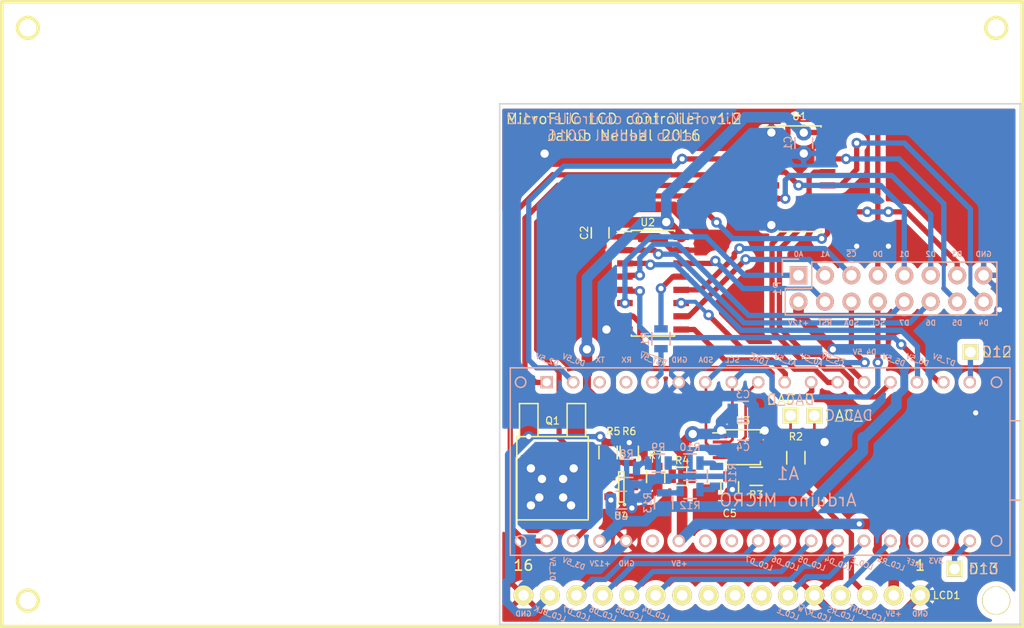
<source format=kicad_pcb>
(kicad_pcb (version 20221018) (generator pcbnew)
  (layers (0 "F.Cu" signal) (31 "B.Cu" signal) (34 "B.Paste" user) (35 "F.Paste" user) (36 "B.SilkS" user "B.Silkscreen") (37 "F.SilkS" user "F.Silkscreen") (38 "B.Mask" user) (39 "F.Mask" user) (44 "Edge.Cuts" user))
  (net 0 "")
  (net 1 "+12V")
  (net 2 "GND")
  (net 3 "+5V")
  (net 4 "/LCD_D7")
  (net 5 "/LCD_D6")
  (net 6 "/LCD_D5")
  (net 7 "/LCD_D4")
  (net 8 "/LCD_E")
  (net 9 "/LCD_RS")
  (net 10 "Net-(Q1-Pad1)")
  (net 11 "Net-(R1-Pad2)")
  (net 12 "Net-(R2-Pad2)")
  (net 13 "/D13")
  (net 14 "/D12")
  (net 15 "/3V3to5V/~{RST_5V}")
  (net 16 "/3V3to5V/~{RST}")
  (net 17 "/3V3to5V/D1_5V")
  (net 18 "/3V3to5V/D3_5V")
  (net 19 "/3V3to5V/D2_5V")
  (net 20 "/3V3to5V/D0_5V")
  (net 21 "/3V3to5V/A1_5V")
  (net 22 "/3V3to5V/A0_5V")
  (net 23 "/3V3to5V/~{CS_5V}")
  (net 24 "/3V3to5V/D4_5V")
  (net 25 "/3V3to5V/D5_5V")
  (net 26 "/3V3to5V/D6_5V")
  (net 27 "/3V3to5V/D7_5V")
  (net 28 "/3V3to5V/A0")
  (net 29 "/3V3to5V/A1")
  (net 30 "/3V3to5V/~{CS}")
  (net 31 "/3V3to5V/D0")
  (net 32 "/3V3to5V/D1")
  (net 33 "/3V3to5V/D7")
  (net 34 "/3V3to5V/D2")
  (net 35 "/3V3to5V/D6")
  (net 36 "/3V3to5V/D3")
  (net 37 "/3V3to5V/D5")
  (net 38 "/3V3to5V/D4")
  (net 39 "/DAC/SDA")
  (net 40 "/DAC/SCL")
  (net 41 "/DAC/~{LDAC}")
  (net 42 "Net-(C5-Pad1)")
  (net 43 "/DAC/LCD_BKL")
  (net 44 "/DAC/LCD_CONT")
  (net 45 "/DAC/DAC_C")
  (net 46 "/DAC/DAC_D")
  (net 47 "/DAC/LCD_BKL_CTRL")
  (net 48 "Net-(R4-Pad1)")
  (net 49 "Net-(R5-Pad1)")
  (net 50 "Net-(R7-Pad2)")
  (net 51 "Net-(Q1-Pad2)")
  (net 52 "Net-(R8-Pad1)")
  (net 53 "Net-(R10-Pad2)")
  (net 54 "Net-(R10-Pad1)")
  (net 55 "Net-(R11-Pad1)")
  (net 56 "Net-(R12-Pad1)")
  (footprint "jakub:PIN_ARRAY_1" (layer "F.Cu") (at 127.508 134.112)
    (fp_text reference "PP1" hide)
    (fp_text value "CONN_01X01" hide)
  )
  (footprint "jakub:PIN_ARRAY_1" (layer "F.Cu") (at 125.984 154.94)
    (fp_text reference "PP2" hide)
    (fp_text value "CONN_01X01" hide)
  )
  (footprint "jakub:PIN_ARRAY_1" (layer "F.Cu") (at 112.522 140.208)
    (fp_text reference "PP3" hide)
    (fp_text value "CONN_01X01" hide)
  )
  (footprint "jakub:PIN_ARRAY_1" (layer "F.Cu") (at 110.236 140.208)
    (fp_text reference "PP4" hide)
    (fp_text value "CONN_01X01" hide)
  )
  (footprint "Resistors_SMD:R_0805" (layer "F.Cu") (at 110.744 144.272 90)
    (fp_text reference "R2")
    (fp_text value "47R" hide)
  )
  (footprint "Housings_SSOP:MSOP-10_3x3mm_Pitch0.5mm" (layer "F.Cu") (at 105.664 143.256)
    (fp_text reference "U3")
    (fp_text value "MCP4728" hide)
  )
  (footprint "TO_SOT_Packages_SMD:SOT-23-5" (layer "F.Cu") (at 93.98 147.066 180)
    (fp_text reference "U4")
    (fp_text value "TLV2371" hide)
  )
  (footprint "jakub:LCD2004" (layer "F.Cu") (at 83.482 130.48)
    (fp_text reference "LCD1")
    (fp_text value "LCD2004" hide)
  )
  (footprint "Capacitors_SMD:C_0805" (layer "F.Cu") (at 91.948 122.666 -90)
    (fp_text reference "C2")
    (fp_text value "100n" hide)
  )
  (footprint "Housings_SOIC:SOIC-16_3.9x9.9mm_Pitch1.27mm" (layer "F.Cu") (at 111.092 117.475)
    (fp_text reference "U1")
    (fp_text value "74AHCT367" hide)
  )
  (footprint "Housings_SOIC:SOIC-16_3.9x9.9mm_Pitch1.27mm" (layer "F.Cu") (at 97.028 127.508)
    (fp_text reference "U2")
    (fp_text value "74AHCT367" hide)
  )
  (footprint "Capacitors_SMD:C_0805" (layer "F.Cu") (at 104.394 147.066 -90)
    (fp_text reference "C5")
    (fp_text value "4u7/25V")
  )
  (footprint "TO_SOT_Packages_SMD:TO-252-2Lead" (layer "F.Cu") (at 87.376 140.716 180)
    (fp_text reference "Q1")
    (fp_text value "MJD31CT4G")
  )
  (footprint "Resistors_SMD:R_0805" (layer "F.Cu") (at 106.934 146.05)
    (fp_text reference "R3")
    (fp_text value "100k")
  )
  (footprint "Resistors_SMD:R_0805" (layer "F.Cu") (at 99.822 146.05)
    (fp_text reference "R4")
    (fp_text value "10k")
  )
  (footprint "Resistors_SMD:R_0805" (layer "F.Cu") (at 94.742 143.764 90)
    (fp_text reference "R5")
    (fp_text value "10k")
  )
  (footprint "Resistors_SMD:R_0805" (layer "F.Cu") (at 92.71 143.764 -90)
    (fp_text reference "R6")
    (fp_text value "10k")
  )
  (footprint "Resistors_SMD:R_0805" (layer "F.Cu") (at 97.282 146.05 -90)
    (fp_text reference "R7")
    (fp_text value "47R")
  )
  (footprint "Capacitors_SMD:C_0805" (layer "B.Cu") (at 105.68 139.7)
    (fp_text reference "C3")
    (fp_text value "4u7/25V" hide)
  )
  (footprint "Capacitors_SMD:C_0805" (layer "B.Cu") (at 105.68 141.732)
    (fp_text reference "C4")
    (fp_text value "100n" hide)
  )
  (footprint "Capacitors_SMD:C_0805" (layer "B.Cu") (at 93.98 148.336)
    (fp_text reference "C6")
    (fp_text value "100n" hide)
  )
  (footprint "Pin_Headers:Pin_Header_Straight_2x08" (layer "B.Cu") (at 110.998 126.746 -90)
    (fp_text reference "P1")
    (fp_text value "2x8 header strip")
  )
  (footprint "Capacitors_SMD:C_0805" (layer "B.Cu") (at 111.506 114.046 -90)
    (fp_text reference "C1")
    (fp_text value "100n")
  )
  (footprint "Resistors_SMD:R_0805" (layer "B.Cu") (at 97.79 132.842 90)
    (fp_text reference "R1")
    (fp_text value "1k5")
  )
  (footprint "jakub:ArduinoMicro" (layer "B.Cu") (at 83.312 135.636)
    (fp_text reference "A1")
    (fp_text value "Arduino MICRO")
  )
  (footprint "Resistors_SMD:R_0805" (layer "B.Cu") (at 94.488 145.288 180)
    (fp_text reference "R8")
    (fp_text value "6R8")
  )
  (footprint "Resistors_SMD:R_0805" (layer "B.Cu") (at 97.536 144.78 180)
    (fp_text reference "R9")
    (fp_text value "6R8")
  )
  (footprint "Resistors_SMD:R_0805" (layer "B.Cu") (at 100.584 144.78 180)
    (fp_text reference "R10")
    (fp_text value "6R8")
  )
  (footprint "Resistors_SMD:R_0805" (layer "B.Cu") (at 103.124 146.05 90)
    (fp_text reference "R11")
    (fp_text value "6R8")
  )
  (footprint "Resistors_SMD:R_0805" (layer "B.Cu") (at 100.584 147.32)
    (fp_text reference "R12")
    (fp_text value "6R8")
  )
  (footprint "Resistors_SMD:R_0805" (layer "B.Cu") (at 98.044 148.59 90)
    (fp_text reference "R13")
    (fp_text value "6R8")
  )
  (gr_line (start 82.296 110.274) (end 132.296 110.274) (stroke (width 0.15)) (layer "Edge.Cuts"))
  (gr_line (start 82.296 160.274) (end 132.296 160.274) (stroke (width 0.15)) (layer "Edge.Cuts"))
  (gr_line (start 132.296 110.274) (end 132.296 160.274) (stroke (width 0.15)) (layer "Edge.Cuts"))
  (gr_line (start 82.296 110.274) (end 82.296 160.274) (stroke (width 0.15)) (layer "Edge.Cuts"))
  (gr_text "D13" (at 128.778 154.94) (layer "B.SilkS") (effects (font (size 1 1) (thickness 0.12)) (justify mirror)))
  (gr_text "LCD_D7" (at 89.662 159.258 340) (layer "B.SilkS") (effects (font (size 0.5 0.5) (thickness 0.1)) (justify mirror)))
  (gr_text "LCD_D6" (at 92.202 159.258 340) (layer "B.SilkS") (effects (font (size 0.5 0.5) (thickness 0.1)) (justify mirror)))
  (gr_text "LCD_D5" (at 94.742 159.258 340) (layer "B.SilkS") (effects (font (size 0.5 0.5) (thickness 0.1)) (justify mirror)))
  (gr_text "LCD_D4" (at 97.282 159.258 340) (layer "B.SilkS") (effects (font (size 0.5 0.5) (thickness 0.1)) (justify mirror)))
  (gr_text "LCD_E" (at 109.982 159.258 340) (layer "B.SilkS") (effects (font (size 0.5 0.5) (thickness 0.1)) (justify mirror)))
  (gr_text "LCD_R/~{W}" (at 112.522 159.258 340) (layer "B.SilkS") (effects (font (size 0.5 0.5) (thickness 0.1)) (justify mirror)))
  (gr_text "LCD_RS" (at 115.062 159.258 340) (layer "B.SilkS") (effects (font (size 0.5 0.5) (thickness 0.1)) (justify mirror)))
  (gr_text "LCD_CONT" (at 117.602 159.258 340) (layer "B.SilkS") (effects (font (size 0.5 0.5) (thickness 0.1)) (justify mirror)))
  (gr_text "+5V" (at 120.142 159.258) (layer "B.SilkS") (effects (font (size 0.5 0.5) (thickness 0.1)) (justify mirror)))
  (gr_text "GND" (at 122.682 159.258) (layer "B.SilkS") (effects (font (size 0.5 0.5) (thickness 0.1)) (justify mirror)))
  (gr_text "A0" (at 110.998 124.714) (layer "B.SilkS") (effects (font (size 0.5 0.5) (thickness 0.1)) (justify mirror)))
  (gr_text "A1" (at 113.538 124.714) (layer "B.SilkS") (effects (font (size 0.5 0.5) (thickness 0.1)) (justify mirror)))
  (gr_text "~{CS}" (at 116.078 124.714) (layer "B.SilkS") (effects (font (size 0.5 0.5) (thickness 0.1)) (justify mirror)))
  (gr_text "D0" (at 118.618 124.714) (layer "B.SilkS") (effects (font (size 0.5 0.5) (thickness 0.1)) (justify mirror)))
  (gr_text "D1" (at 121.158 124.714) (layer "B.SilkS") (effects (font (size 0.5 0.5) (thickness 0.1)) (justify mirror)))
  (gr_text "D2" (at 123.698 124.714) (layer "B.SilkS") (effects (font (size 0.5 0.5) (thickness 0.1)) (justify mirror)))
  (gr_text "D3" (at 126.238 124.714) (layer "B.SilkS") (effects (font (size 0.5 0.5) (thickness 0.1)) (justify mirror)))
  (gr_text "GND" (at 128.778 124.714) (layer "B.SilkS") (effects (font (size 0.5 0.5) (thickness 0.1)) (justify mirror)))
  (gr_text "D4" (at 128.778 131.318) (layer "B.SilkS") (effects (font (size 0.5 0.5) (thickness 0.1)) (justify mirror)))
  (gr_text "D5" (at 126.238 131.318) (layer "B.SilkS") (effects (font (size 0.5 0.5) (thickness 0.1)) (justify mirror)))
  (gr_text "D6" (at 123.698 131.318) (layer "B.SilkS") (effects (font (size 0.5 0.5) (thickness 0.1)) (justify mirror)))
  (gr_text "D7" (at 121.158 131.318) (layer "B.SilkS") (effects (font (size 0.5 0.5) (thickness 0.1)) (justify mirror)))
  (gr_text "SCL" (at 118.618 131.318) (layer "B.SilkS") (effects (font (size 0.5 0.5) (thickness 0.1)) (justify mirror)))
  (gr_text "SDA" (at 116.078 131.318) (layer "B.SilkS") (effects (font (size 0.5 0.5) (thickness 0.1)) (justify mirror)))
  (gr_text "~{RST}" (at 113.538 131.318) (layer "B.SilkS") (effects (font (size 0.5 0.5) (thickness 0.1)) (justify mirror)))
  (gr_text "+12V" (at 110.998 131.318) (layer "B.SilkS") (effects (font (size 0.5 0.5) (thickness 0.1)) (justify mirror)))
  (gr_text "D1_5V" (at 87.376 154.94 270) (layer "B.SilkS") (effects (font (size 0.5 0.5) (thickness 0.1)) (justify mirror)))
  (gr_text "D3_5V" (at 89.408 154.432 340) (layer "B.SilkS") (effects (font (size 0.5 0.5) (thickness 0.1)) (justify mirror)))
  (gr_text "+12V" (at 91.948 154.432) (layer "B.SilkS") (effects (font (size 0.5 0.5) (thickness 0.1)) (justify mirror)))
  (gr_text "GND" (at 94.488 154.432) (layer "B.SilkS") (effects (font (size 0.5 0.5) (thickness 0.1)) (justify mirror)))
  (gr_text "+5V" (at 99.568 154.432) (layer "B.SilkS") (effects (font (size 0.5 0.5) (thickness 0.1)) (justify mirror)))
  (gr_text "LCD_D7" (at 107.188 154.432 340) (layer "B.SilkS") (effects (font (size 0.5 0.5) (thickness 0.1)) (justify mirror)))
  (gr_text "LCD_D6" (at 109.728 154.432 340) (layer "B.SilkS") (effects (font (size 0.5 0.5) (thickness 0.1)) (justify mirror)))
  (gr_text "LCD_D5" (at 112.268 154.432 340) (layer "B.SilkS") (effects (font (size 0.5 0.5) (thickness 0.1)) (justify mirror)))
  (gr_text "LCD_D4" (at 114.808 154.432 340) (layer "B.SilkS") (effects (font (size 0.5 0.5) (thickness 0.1)) (justify mirror)))
  (gr_text "LCD_RS" (at 119.888 154.432 340) (layer "B.SilkS") (effects (font (size 0.5 0.5) (thickness 0.1)) (justify mirror)))
  (gr_text "LCD_E" (at 117.094 154.432 340) (layer "B.SilkS") (effects (font (size 0.5 0.5) (thickness 0.1)) (justify mirror)))
  (gr_text "AREF" (at 122.174 154.432 340) (layer "B.SilkS") (effects (font (size 0.5 0.5) (thickness 0.1)) (justify mirror)))
  (gr_text "SCL" (at 104.648 134.874) (layer "B.SilkS") (effects (font (size 0.5 0.5) (thickness 0.1)) (justify mirror)))
  (gr_text "D7_5V" (at 124.968 134.874 340) (layer "B.SilkS") (effects (font (size 0.5 0.5) (thickness 0.1)) (justify mirror)))
  (gr_text "D6_5V" (at 122.428 134.874 340) (layer "B.SilkS") (effects (font (size 0.5 0.5) (thickness 0.1)) (justify mirror)))
  (gr_text "D5_5V" (at 120.142 134.874 340) (layer "B.SilkS") (effects (font (size 0.5 0.5) (thickness 0.1)) (justify mirror)))
  (gr_text "D4_5V" (at 117.348 134.112) (layer "B.SilkS") (effects (font (size 0.5 0.5) (thickness 0.1)) (justify mirror)))
  (gr_text "~{CS_5V}" (at 114.3 134.874 340) (layer "B.SilkS") (effects (font (size 0.5 0.5) (thickness 0.1)) (justify mirror)))
  (gr_text "A0_5V" (at 112.268 134.874 340) (layer "B.SilkS") (effects (font (size 0.5 0.5) (thickness 0.1)) (justify mirror)))
  (gr_text "A1_5V" (at 109.728 134.874 340) (layer "B.SilkS") (effects (font (size 0.5 0.5) (thickness 0.1)) (justify mirror)))
  (gr_text "~{LDAC}" (at 107.188 134.874 340) (layer "B.SilkS") (effects (font (size 0.5 0.5) (thickness 0.1)) (justify mirror)))
  (gr_text "SDA" (at 102.108 134.874) (layer "B.SilkS") (effects (font (size 0.5 0.5) (thickness 0.1)) (justify mirror)))
  (gr_text "GND" (at 99.568 134.874) (layer "B.SilkS") (effects (font (size 0.5 0.5) (thickness 0.1)) (justify mirror)))
  (gr_text "~{RST_5V}" (at 97.028 134.874 340) (layer "B.SilkS") (effects (font (size 0.5 0.5) (thickness 0.1)) (justify mirror)))
  (gr_text "RX" (at 94.488 134.874) (layer "B.SilkS") (effects (font (size 0.5 0.5) (thickness 0.1)) (justify mirror)))
  (gr_text "TX" (at 91.948 134.874) (layer "B.SilkS") (effects (font (size 0.5 0.5) (thickness 0.1)) (justify mirror)))
  (gr_text "D0_5V" (at 89.408 134.874 340) (layer "B.SilkS") (effects (font (size 0.5 0.5) (thickness 0.1)) (justify mirror)))
  (gr_text "D2_5V" (at 86.868 134.874 340) (layer "B.SilkS") (effects (font (size 0.5 0.5) (thickness 0.1)) (justify mirror)))
  (gr_text "3V3" (at 124.206 154.178) (layer "B.SilkS") (effects (font (size 0.5 0.5) (thickness 0.1)) (justify mirror)))
  (gr_text "DAC_D" (at 110.236 138.684) (layer "B.SilkS") (effects (font (size 1 1) (thickness 0.12)) (justify mirror)))
  (gr_text "DAC_C" (at 115.824 140.208) (layer "B.SilkS") (effects (font (size 1 1) (thickness 0.12)) (justify mirror)))
  (gr_text "GND" (at 84.582 159.258) (layer "B.SilkS") (effects (font (size 0.5 0.5) (thickness 0.1)) (justify mirror)))
  (gr_text "MicroFLiC LCD controller v1.2\nJakub Nedbal 2016" (at 94.234 112.522) (layer "B.SilkS") (effects (font (size 1 1) (thickness 0.12)) (justify mirror)))
  (gr_text "D12" (at 130.048 134.112) (layer "B.SilkS") (effects (font (size 1 1) (thickness 0.12)) (justify mirror)))
  (gr_text "LCD_BLK" (at 87.122 159.258 340) (layer "B.SilkS") (effects (font (size 0.5 0.5) (thickness 0.1)) (justify mirror)))
  (gr_text "D13" (at 128.778 154.94) (layer "F.SilkS") (effects (font (size 1 1) (thickness 0.12))))
  (gr_text "D12" (at 130.048 134.112) (layer "F.SilkS") (effects (font (size 1 1) (thickness 0.12))))
  (gr_text "DAC_D" (at 110.236 138.684) (layer "F.SilkS") (effects (font (size 1 1) (thickness 0.12))))
  (gr_text "MicroFLiC LCD controller v1.2\nJakub Nedbal 2016" (at 94.234 112.522) (layer "F.SilkS") (effects (font (size 1 1) (thickness 0.12))))
  (gr_text "DAC_C" (at 115.824 140.208) (layer "F.SilkS") (effects (font (size 1 1) (thickness 0.12))))
  (segment (start 92.98 148.336) (end 92.98 148.116) (width 1.024) (layer "F.Cu") (net 1))
  (segment (start 92.98 148.116) (end 92.88 148.016) (width 1.024) (layer "F.Cu") (net 1))
  (segment (start 110.998 130.556) (end 114.3 133.858) (width 1.024) (layer "F.Cu") (net 1))
  (segment (start 110.998 129.286) (end 110.998 130.556) (width 1.024) (layer "F.Cu") (net 1))
  (via (at 92.98 148.336) (size 1) (drill 0.5) (layers "F.Cu" "B.Cu") (net 1))
  (via (at 114.3 133.858) (size 1.024) (drill 0.6) (layers "F.Cu" "B.Cu") (net 1))
  (segment (start 111.8745 148.9585) (end 117.178 143.655) (width 1.024) (layer "B.Cu") (net 1))
  (segment (start 97.6755 148.9585) (end 96.266 150.368) (width 1.024) (layer "B.Cu") (net 1))
  (segment (start 98.044 149.352) (end 98.4375 148.9585) (width 0.508) (layer "B.Cu") (net 1))
  (segment (start 98.4375 148.9585) (end 97.6755 148.9585) (width 1.024) (layer "B.Cu") (net 1))
  (segment (start 92.98 149.368) (end 93.98 150.368) (width 1.024) (layer "B.Cu") (net 1))
  (segment (start 117.178 143.655) (end 117.178 142.306) (width 1.024) (layer "B.Cu") (net 1))
  (segment (start 120.396 138.43) (end 121.158 137.668) (width 0.762) (layer "B.Cu") (net 1))
  (segment (start 120.396 138.43) (end 120.396 139.293) (width 1.024) (layer "B.Cu") (net 1))
  (segment (start 117.383 142.306) (end 117.178 142.306) (width 1.024) (layer "B.Cu") (net 1))
  (segment (start 121.158 137.668) (end 121.158 135.636) (width 0.762) (layer "B.Cu") (net 1))
  (segment (start 92.98 148.336) (end 92.98 149.368) (width 1.024) (layer "B.Cu") (net 1))
  (segment (start 111.8745 148.9585) (end 98.4375 148.9585) (width 1.024) (layer "B.Cu") (net 1))
  (segment (start 114.3 133.858) (end 119.539064 133.858) (width 1.024) (layer "B.Cu") (net 1))
  (segment (start 98.044 149.54) (end 98.044 149.352) (width 0.508) (layer "B.Cu") (net 1))
  (segment (start 91.948 152.4) (end 93.98 150.368) (width 1.024) (layer "B.Cu") (net 1))
  (segment (start 92.98 148.336) (end 92.964 148.352) (width 1.024) (layer "B.Cu") (net 1))
  (segment (start 93.98 150.368) (end 96.266 150.368) (width 1.024) (layer "B.Cu") (net 1))
  (segment (start 121.158 135.476936) (end 121.158 135.636) (width 1.024) (layer "B.Cu") (net 1))
  (segment (start 120.396 139.293) (end 117.383 142.306) (width 1.024) (layer "B.Cu") (net 1))
  (segment (start 119.539064 133.858) (end 121.158 135.476936) (width 1.024) (layer "B.Cu") (net 1))
  (segment (start 94.488 147.066) (end 93.98 147.574) (width 0.508) (layer "F.Cu") (net 2))
  (segment (start 93.98 147.574) (end 93.98 148.59) (width 0.508) (layer "F.Cu") (net 2))
  (segment (start 93.98 148.59) (end 94.488 149.098) (width 0.508) (layer "F.Cu") (net 2))
  (segment (start 94.488 149.098) (end 94.996 149.098) (width 0.508) (layer "F.Cu") (net 2))
  (segment (start 120.904 159.258) (end 114.3 159.258) (width 0.762) (layer "F.Cu") (net 2))
  (segment (start 114.3 159.258) (end 112.522 157.48) (width 0.762) (layer "F.Cu") (net 2))
  (segment (start 104.394 147.574) (end 104.648 147.32) (width 1.024) (layer "F.Cu") (net 2))
  (segment (start 94.996 151.766) (end 94.996 149.098) (width 1.024) (layer "F.Cu") (net 2))
  (segment (start 116.307546 139.954) (end 128.016 139.954) (width 1.024) (layer "F.Cu") (net 2))
  (segment (start 130.302 130.048) (end 130.302 137.668) (width 0.508) (layer "F.Cu") (net 2))
  (segment (start 92.551 123.063) (end 91.948 123.666) (width 0.508) (layer "F.Cu") (net 2))
  (segment (start 112.534 114.3) (end 111.772 115.062) (width 0.508) (layer "F.Cu") (net 2))
  (segment (start 105.659999 122.878001) (end 101.706763 122.878001) (width 1.024) (layer "F.Cu") (net 2))
  (segment (start 113.792 114.3) (end 112.534 114.3) (width 0.508) (layer "F.Cu") (net 2))
  (segment (start 89.916 123.283) (end 90.299 123.666) (width 1.024) (layer "F.Cu") (net 2))
  (segment (start 92.554 131.953) (end 91.948 131.347) (width 1.024) (layer "F.Cu") (net 2))
  (segment (start 130.302 137.668) (end 128.016 139.954) (width 0.508) (layer "F.Cu") (net 2))
  (segment (start 107.744 141.732) (end 107.744 141.655998) (width 0.254) (layer "F.Cu") (net 2))
  (segment (start 122.682 157.48) (end 120.904 159.258) (width 0.762) (layer "F.Cu") (net 2))
  (segment (start 94.328 123.063) (end 92.551 123.063) (width 0.508) (layer "F.Cu") (net 2))
  (segment (start 111.522 115.062) (end 111.506 115.046) (width 0.508) (layer "F.Cu") (net 2))
  (segment (start 91.948 125.19) (end 91.948 123.666) (width 1.024) (layer "F.Cu") (net 2))
  (segment (start 98.999761 120.170999) (end 91.036399 120.170999) (width 1.024) (layer "F.Cu") (net 2))
  (segment (start 90.299 123.666) (end 91.948 123.666) (width 1.024) (layer "F.Cu") (net 2))
  (segment (start 106.618 121.92) (end 105.659999 122.878001) (width 1.024) (layer "F.Cu") (net 2))
  (segment (start 95.586 123.063) (end 94.328 123.063) (width 0.508) (layer "F.Cu") (net 2))
  (segment (start 107.864 141.852) (end 107.744 141.655998) (width 0.254) (layer "F.Cu") (net 2))
  (segment (start 95.08 147.066) (end 94.488 147.066) (width 0.508) (layer "F.Cu") (net 2))
  (segment (start 98.820922 124.333) (end 97.550922 123.063) (width 0.508) (layer "F.Cu") (net 2))
  (segment (start 111.772 115.062) (end 111.522 115.062) (width 0.508) (layer "F.Cu") (net 2))
  (segment (start 91.036399 120.170999) (end 89.916 121.291398) (width 1.024) (layer "F.Cu") (net 2))
  (segment (start 113.506174 142.755372) (end 116.307546 139.954) (width 1.024) (layer "F.Cu") (net 2))
  (segment (start 94.328 131.953) (end 92.554 131.953) (width 1.024) (layer "F.Cu") (net 2))
  (segment (start 94.488 152.274) (end 94.996 151.766) (width 1.024) (layer "F.Cu") (net 2))
  (segment (start 107.864 142.256) (end 107.864 141.852) (width 0.254) (layer "F.Cu") (net 2))
  (segment (start 101.706763 122.878001) (end 98.999761 120.170999) (width 1.024) (layer "F.Cu") (net 2))
  (segment (start 104.394 148.066) (end 104.394 147.574) (width 1.024) (layer "F.Cu") (net 2))
  (segment (start 97.550922 123.063) (end 95.586 123.063) (width 0.508) (layer "F.Cu") (net 2))
  (segment (start 108.392 121.92) (end 106.618 121.92) (width 1.024) (layer "F.Cu") (net 2))
  (segment (start 89.916 121.291398) (end 89.916 123.283) (width 1.024) (layer "F.Cu") (net 2))
  (segment (start 91.948 131.347) (end 91.948 125.19) (width 1.024) (layer "F.Cu") (net 2))
  (segment (start 99.728 124.333) (end 98.820922 124.333) (width 0.508) (layer "F.Cu") (net 2))
  (via (at 86.614 115.062) (size 1.5) (drill 0.8) (layers "F.Cu" "B.Cu") (net 2))
  (via (at 130.302 130.048) (size 1) (drill 0.5) (layers "F.Cu" "B.Cu") (net 2))
  (via (at 107.744 141.655998) (size 1.5) (drill 0.8) (layers "F.Cu" "B.Cu") (net 2))
  (via (at 119.634 123.952) (size 1) (drill 0.5) (layers "F.Cu" "B.Cu") (net 2))
  (via (at 128.016 139.954) (size 1) (drill 0.5) (layers "F.Cu" "B.Cu") (net 2))
  (via (at 108.392 121.92) (size 1.5) (drill 0.8) (layers "F.Cu" "B.Cu") (net 2))
  (via (at 104.648 147.32) (size 1) (drill 0.5) (layers "F.Cu" "B.Cu") (net 2))
  (via (at 113.506174 142.755372) (size 1.5) (drill 0.8) (layers "F.Cu" "B.Cu") (net 2))
  (via (at 94.742 142.814) (size 1) (drill 0.5) (layers "F.Cu" "B.Cu") (net 2))
  (via (at 111.506 115.046) (size 1.5) (drill 0.8) (layers "F.Cu" "B.Cu") (net 2))
  (via (at 108.392 113.03) (size 1.5) (drill 0.8) (layers "F.Cu" "B.Cu") (net 2))
  (via (at 94.996 149.098) (size 1) (drill 0.5) (layers "F.Cu" "B.Cu") (net 2))
  (via (at 116.586 123.952) (size 1) (drill 0.5) (layers "F.Cu" "B.Cu") (net 2))
  (via (at 92.554 131.953) (size 1.5) (drill 0.8) (layers "F.Cu" "B.Cu") (net 2))
  (segment (start 86.09 155.21) (end 84.582 156.718) (width 1.024) (layer "B.Cu") (net 2))
  (segment (start 84.582 156.718) (end 84.582 157.48) (width 1.024) (layer "B.Cu") (net 2))
  (segment (start 94.676 142.748) (end 94.742 142.814) (width 0.508) (layer "B.Cu") (net 2))
  (segment (start 94.676 142.748) (end 93.218 142.748) (width 0.508) (layer "B.Cu") (net 2))
  (segment (start 94.996 149.098) (end 94.98 149.082) (width 0.508) (layer "B.Cu") (net 2))
  (segment (start 94.98 149.082) (end 94.98 148.336) (width 0.508) (layer "B.Cu") (net 2))
  (segment (start 128.016 148.59) (end 129.286 149.86) (width 1.024) (layer "B.Cu") (net 2))
  (segment (start 129.286 149.86) (end 129.286 155.194) (width 1.024) (layer "B.Cu") (net 2))
  (segment (start 129.286 155.194) (end 127 157.48) (width 1.024) (layer "B.Cu") (net 2))
  (segment (start 127 157.48) (end 122.682 157.48) (width 1.024) (layer "B.Cu") (net 2))
  (segment (start 104.648 144.751998) (end 107.744 141.655998) (width 1.024) (layer "B.Cu") (net 2))
  (segment (start 91.822 154.94) (end 88.138 154.94) (width 1.024) (layer "B.Cu") (net 2))
  (segment (start 88.138 154.94) (end 86.09 154.94) (width 1.024) (layer "B.Cu") (net 2))
  (segment (start 94.488 148.59) (end 94.488 144.018) (width 0.508) (layer "B.Cu") (net 2))
  (segment (start 94.488 144.018) (end 93.218 142.748) (width 0.508) (layer "B.Cu") (net 2))
  (segment (start 100.584 143.764) (end 98.298 141.478) (width 0.508) (layer "B.Cu") (net 2))
  (segment (start 100.33 146.05) (end 100.584 145.796) (width 0.508) (layer "B.Cu") (net 2))
  (segment (start 100.584 145.796) (end 100.584 143.764) (width 0.508) (layer "B.Cu") (net 2))
  (segment (start 100.838 146.05) (end 104.648 146.05) (width 0.508) (layer "B.Cu") (net 2))
  (segment (start 104.648 146.05) (end 104.648 144.751998) (width 1.024) (layer "B.Cu") (net 2))
  (segment (start 97.536 142.24) (end 98.298 141.478) (width 0.508) (layer "B.Cu") (net 2))
  (segment (start 97.536 146.05) (end 97.536 142.24) (width 0.508) (layer "B.Cu") (net 2))
  (segment (start 94.996 148.59) (end 97.536 146.05) (width 0.508) (layer "B.Cu") (net 2))
  (segment (start 113.562 142.748) (end 113.513546 142.748) (width 0.508) (layer "B.Cu") (net 2))
  (segment (start 94.996 149.098) (end 94.488 148.59) (width 0.508) (layer "B.Cu") (net 2))
  (segment (start 107.744 141.655998) (end 106.756002 141.655998) (width 1.024) (layer "B.Cu") (net 2))
  (segment (start 107.744 140.764) (end 106.68 139.7) (width 1.024) (layer "B.Cu") (net 2))
  (segment (start 106.756002 141.655998) (end 106.68 141.732) (width 1.024) (layer "B.Cu") (net 2))
  (segment (start 100.584 145.796) (end 100.838 146.05) (width 0.508) (layer "B.Cu") (net 2))
  (segment (start 100.880001 138.346001) (end 105.732603 138.346001) (width 1.024) (layer "B.Cu") (net 2))
  (segment (start 93.218 140.716) (end 93.218 142.748) (width 0.508) (layer "B.Cu") (net 2))
  (segment (start 92.554 133.01366) (end 93.218 133.67766) (width 0.508) (layer "B.Cu") (net 2))
  (segment (start 116.586 123.952) (end 119.634 123.952) (width 0.508) (layer "B.Cu") (net 2))
  (segment (start 94.996 149.098) (end 94.996 148.59) (width 0.508) (layer "B.Cu") (net 2))
  (segment (start 86.614 115.062) (end 89.916 111.76) (width 0.508) (layer "B.Cu") (net 2))
  (segment (start 130.302 128.27) (end 130.302 130.048) (width 0.508) (layer "B.Cu") (net 2))
  (segment (start 84.836 140.716) (end 83.566 139.446) (width 0.508) (layer "B.Cu") (net 2))
  (segment (start 94.488 152.274) (end 91.822 154.94) (width 1.024) (layer "B.Cu") (net 2))
  (segment (start 104.648 147.32) (end 104.648 146.05) (width 1.024) (layer "B.Cu") (net 2))
  (segment (start 108.458 116.445) (end 108.458 121.854) (width 1.024) (layer "B.Cu") (net 2))
  (segment (start 104.648 147.32) (end 105.918 146.05) (width 0.508) (layer "B.Cu") (net 2))
  (segment (start 98.298 138.178) (end 95.76 140.716) (width 0.508) (layer "B.Cu") (net 2))
  (segment (start 93.218 140.716) (end 84.836 140.716) (width 0.508) (layer "B.Cu") (net 2))
  (segment (start 98.298 138.178) (end 98.298 141.478) (width 0.508) (layer "B.Cu") (net 2))
  (segment (start 95.76 140.716) (end 93.218 140.716) (width 0.508) (layer "B.Cu") (net 2))
  (segment (start 83.566 139.446) (end 83.566 118.11) (width 0.508) (layer "B.Cu") (net 2))
  (segment (start 106.68 141.732) (end 106.68 139.7) (width 1.024) (layer "B.Cu") (net 2))
  (segment (start 108.458 121.854) (end 108.392 121.92) (width 1.024) (layer "B.Cu") (net 2))
  (segment (start 111.506 115.046) (end 109.857 115.046) (width 1.024) (layer "B.Cu") (net 2))
  (segment (start 114.808 121.92) (end 116.586 123.698) (width 0.508) (layer "B.Cu") (net 2))
  (segment (start 109.857 115.046) (end 108.458 113.647) (width 1.024) (layer "B.Cu") (net 2))
  (segment (start 105.732603 138.346001) (end 106.68 139.293398) (width 1.024) (layer "B.Cu") (net 2))
  (segment (start 99.568 136.908) (end 98.298 138.178) (width 0.508) (layer "B.Cu") (net 2))
  (segment (start 108.843374 142.755372) (end 107.744 141.655998) (width 1.024) (layer "B.Cu") (net 2))
  (segment (start 83.566 118.11) (end 86.614 115.062) (width 0.508) (layer "B.Cu") (net 2))
  (segment (start 106.68 139.293398) (end 106.68 139.7) (width 1.024) (layer "B.Cu") (net 2))
  (segment (start 113.513546 142.748) (end 113.506174 142.755372) (width 0.508) (layer "B.Cu") (net 2))
  (segment (start 109.857 115.046) (end 108.458 116.445) (width 1.024) (layer "B.Cu") (net 2))
  (segment (start 108.392 121.92) (end 114.808 121.92) (width 0.508) (layer "B.Cu") (net 2))
  (segment (start 108.458 113.096) (end 108.392 113.03) (width 1.024) (layer "B.Cu") (net 2))
  (segment (start 107.744 141.655998) (end 107.744 140.764) (width 1.024) (layer "B.Cu") (net 2))
  (segment (start 108.458 113.647) (end 108.458 113.096) (width 1.024) (layer "B.Cu") (net 2))
  (segment (start 92.554 131.953) (end 92.554 133.01366) (width 0.508) (layer "B.Cu") (net 2))
  (segment (start 97.536 146.05) (end 100.33 146.05) (width 0.508) (layer "B.Cu") (net 2))
  (segment (start 99.568 137.034) (end 100.880001 138.346001) (width 1.024) (layer "B.Cu") (net 2))
  (segment (start 93.218 133.67766) (end 93.218 140.716) (width 0.508) (layer "B.Cu") (net 2))
  (segment (start 116.586 123.698) (end 116.586 123.952) (width 0.508) (layer "B.Cu") (net 2))
  (segment (start 128.016 139.954) (end 128.016 148.59) (width 1.024) (layer "B.Cu") (net 2))
  (segment (start 128.778 126.746) (end 130.302 128.27) (width 0.508) (layer "B.Cu") (net 2))
  (segment (start 113.506174 142.755372) (end 108.843374 142.755372) (width 1.024) (layer "B.Cu") (net 2))
  (segment (start 105.918 146.05) (end 107.95 146.05) (width 0.508) (layer "B.Cu") (net 2))
  (segment (start 86.09 154.94) (end 86.09 155.21) (width 1.024) (layer "B.Cu") (net 2))
  (segment (start 91.694 138.938) (end 90.678 137.922) (width 1.024) (layer "F.Cu") (net 3))
  (segment (start 94.996 138.938) (end 99.568 143.51) (width 1.024) (layer "F.Cu") (net 3))
  (segment (start 99.568 143.51) (end 99.568 143.256) (width 1.024) (layer "F.Cu") (net 3))
  (segment (start 99.822 152.02) (end 99.822 147.32) (width 1.024) (layer "F.Cu") (net 3))
  (segment (start 99.822 143.764) (end 99.822 144.78) (width 1.024) (layer "F.Cu") (net 3))
  (segment (start 118.618 153.162) (end 120.142 154.686) (width 1.024) (layer "F.Cu") (net 3))
  (segment (start 121.158 153.67) (end 121.158 152.908) (width 1.024) (layer "F.Cu") (net 3))
  (segment (start 120.396 150.622) (end 119.38 150.622) (width 1.024) (layer "F.Cu") (net 3))
  (segment (start 119.38 150.622) (end 118.618 151.384) (width 1.024) (layer "F.Cu") (net 3))
  (segment (start 117.856 150.622) (end 116.84 150.622) (width 1.024) (layer "F.Cu") (net 3))
  (segment (start 98.298 121.633) (end 98.331 121.666) (width 1.024) (layer "F.Cu") (net 3))
  (segment (start 103.464 142.256) (end 103.464 141.852) (width 0.254) (layer "F.Cu") (net 3))
  (segment (start 118.618 151.384) (end 118.618 153.162) (width 0.762) (layer "F.Cu") (net 3))
  (segment (start 121.158 151.384) (end 121.158 152.908) (width 0.762) (layer "F.Cu") (net 3))
  (segment (start 103.584 141.732) (end 103.584 141.669008) (width 0.254) (layer "F.Cu") (net 3))
  (segment (start 120.142 157.48) (end 120.142 154.686) (width 1.024) (layer "F.Cu") (net 3))
  (segment (start 111.522 113.03) (end 111.506 113.046) (width 0.508) (layer "F.Cu") (net 3))
  (segment (start 118.618 151.384) (end 117.856 150.622) (width 1.024) (layer "F.Cu") (net 3))
  (segment (start 90.678 137.922) (end 90.678 136.144) (width 0.762) (layer "F.Cu") (net 3))
  (segment (start 99.568 143.256) (end 100.838 141.986) (width 1.024) (layer "F.Cu") (net 3))
  (segment (start 99.568 152.274) (end 99.822 152.02) (width 1.024) (layer "F.Cu") (net 3))
  (segment (start 99.822 143.764) (end 99.568 143.51) (width 1.024) (layer "F.Cu") (net 3))
  (segment (start 99.822 144.78) (end 99.822 147.32) (width 0.762) (layer "F.Cu") (net 3))
  (segment (start 117.856 150.622) (end 119.38 150.622) (width 1.024) (layer "F.Cu") (net 3))
  (segment (start 121.158 151.384) (end 120.396 150.622) (width 1.024) (layer "F.Cu") (net 3))
  (segment (start 113.792 113.03) (end 111.522 113.03) (width 0.508) (layer "F.Cu") (net 3))
  (segment (start 103.584 141.669008) (end 103.57099 141.655998) (width 0.254) (layer "F.Cu") (net 3))
  (segment (start 98.331 121.666) (end 99.728 123.063) (width 1.024) (layer "F.Cu") (net 3))
  (segment (start 103.464 141.852) (end 103.57099 141.655998) (width 0.254) (layer "F.Cu") (net 3))
  (segment (start 91.694 138.938) (end 94.996 138.938) (width 1.024) (layer "F.Cu") (net 3))
  (segment (start 90.678 133.858) (end 90.678 136.144) (width 1.024) (layer "F.Cu") (net 3))
  (segment (start 91.948 121.666) (end 98.331 121.666) (width 1.024) (layer "F.Cu") (net 3))
  (segment (start 121.158 153.67) (end 120.142 154.686) (width 1.024) (layer "F.Cu") (net 3))
  (via (at 111.506 113.046) (size 1.5) (drill 0.8) (layers "F.Cu" "B.Cu") (net 3))
  (via (at 98.298 121.633) (size 1.5) (drill 0.8) (layers "F.Cu" "B.Cu") (net 3))
  (via (at 103.57099 141.655998) (size 1.5) (drill 0.8) (layers "F.Cu" "B.Cu") (net 3))
  (via (at 116.84 150.622) (size 1) (drill 0.5) (layers "F.Cu" "B.Cu") (net 3))
  (via (at 100.838 141.986) (size 1.5) (drill 0.8) (layers "F.Cu" "B.Cu") (net 3))
  (via (at 90.678 133.858) (size 1.5) (drill 0.8) (layers "F.Cu" "B.Cu") (net 3))
  (segment (start 116.84 150.622) (end 101.22 150.622) (width 1.024) (layer "B.Cu") (net 3))
  (segment (start 101.22 150.622) (end 99.568 152.274) (width 1.024) (layer "B.Cu") (net 3))
  (segment (start 103.57099 141.655998) (end 103.57099 140.80901) (width 1.024) (layer "B.Cu") (net 3))
  (segment (start 109.902999 111.567999) (end 105.856001 111.567999) (width 1.024) (layer "B.Cu") (net 3))
  (segment (start 90.678 127) (end 90.678 133.858) (width 1.024) (layer "B.Cu") (net 3))
  (segment (start 98.298 121.633) (end 96.045 121.633) (width 1.024) (layer "B.Cu") (net 3))
  (segment (start 104.603998 141.655998) (end 104.68 141.732) (width 1.024) (layer "B.Cu") (net 3))
  (segment (start 100.838 141.986) (end 103.240988 141.986) (width 1.024) (layer "B.Cu") (net 3))
  (segment (start 98.298 119.126) (end 98.298 121.46199) (width 1.024) (layer "B.Cu") (net 3))
  (segment (start 111.381 113.046) (end 109.902999 111.567999) (width 1.024) (layer "B.Cu") (net 3))
  (segment (start 103.57099 140.80901) (end 104.68 139.7) (width 1.024) (layer "B.Cu") (net 3))
  (segment (start 105.856001 111.567999) (end 98.298 119.126) (width 1.024) (layer "B.Cu") (net 3))
  (segment (start 104.68 139.7) (end 104.68 141.732) (width 1.024) (layer "B.Cu") (net 3))
  (segment (start 96.045 121.633) (end 90.678 127) (width 1.024) (layer "B.Cu") (net 3))
  (segment (start 111.506 113.046) (end 111.381 113.046) (width 1.024) (layer "B.Cu") (net 3))
  (segment (start 103.57099 141.655998) (end 104.603998 141.655998) (width 1.024) (layer "B.Cu") (net 3))
  (segment (start 103.240988 141.986) (end 103.57099 141.655998) (width 1.024) (layer "B.Cu") (net 3))
  (segment (start 105.792 153.67) (end 94.742 153.67) (width 0.508) (layer "B.Cu") (net 4))
  (segment (start 91.186 155.956) (end 92.456 155.956) (width 0.508) (layer "B.Cu") (net 4))
  (segment (start 92.456 155.956) (end 94.742 153.67) (width 0.508) (layer "B.Cu") (net 4))
  (segment (start 89.662 157.48) (end 91.186 155.956) (width 0.508) (layer "B.Cu") (net 4))
  (segment (start 107.188 152.274) (end 105.792 153.67) (width 0.508) (layer "B.Cu") (net 4))
  (segment (start 95.25 154.432) (end 107.57 154.432) (width 0.508) (layer "B.Cu") (net 5))
  (segment (start 107.57 154.432) (end 109.728 152.274) (width 0.508) (layer "B.Cu") (net 5))
  (segment (start 92.202 157.48) (end 95.25 154.432) (width 0.508) (layer "B.Cu") (net 5))
  (segment (start 94.488 157.226) (end 94.742 157.48) (width 1.024) (layer "F.Cu") (net 6))
  (segment (start 97.028 155.194) (end 109.348 155.194) (width 0.508) (layer "B.Cu") (net 6))
  (segment (start 109.348 155.194) (end 112.268 152.274) (width 0.508) (layer "B.Cu") (net 6))
  (segment (start 94.742 157.48) (end 97.028 155.194) (width 0.508) (layer "B.Cu") (net 6))
  (segment (start 98.806 155.956) (end 110.236 155.956) (width 0.508) (layer "B.Cu") (net 7))
  (segment (start 110.236 155.956) (end 111.506 154.686) (width 0.508) (layer "B.Cu") (net 7))
  (segment (start 111.506 154.686) (end 112.396 154.686) (width 0.508) (layer "B.Cu") (net 7))
  (segment (start 112.396 154.686) (end 114.808 152.274) (width 0.508) (layer "B.Cu") (net 7))
  (segment (start 97.282 157.48) (end 98.806 155.956) (width 0.508) (layer "B.Cu") (net 7))
  (segment (start 113.92 155.702) (end 111.76 155.702) (width 0.508) (layer "B.Cu") (net 8))
  (segment (start 111.76 155.702) (end 109.982 157.48) (width 0.508) (layer "B.Cu") (net 8))
  (segment (start 117.348 152.274) (end 113.92 155.702) (width 0.508) (layer "B.Cu") (net 8))
  (segment (start 115.062 157.1) (end 119.888 152.274) (width 0.508) (layer "B.Cu") (net 9))
  (segment (start 115.062 157.48) (end 115.062 157.1) (width 0.508) (layer "B.Cu") (net 9))
  (segment (start 97.282 142.748) (end 95.25 140.716) (width 0.508) (layer "F.Cu") (net 10))
  (segment (start 95.25 140.716) (end 89.662 140.716) (width 0.508) (layer "F.Cu") (net 10))
  (segment (start 97.282 145.1) (end 97.282 142.748) (width 0.508) (layer "F.Cu") (net 10))
  (segment (start 98.933 126.873) (end 97.79 128.016) (width 0.508) (layer "F.Cu") (net 11))
  (segment (start 99.728 126.873) (end 98.933 126.873) (width 0.508) (layer "F.Cu") (net 11))
  (via (at 97.79 128.016) (size 1) (drill 0.5) (layers "F.Cu" "B.Cu") (net 11))
  (segment (start 97.79 131.892) (end 97.79 128.016) (width 0.508) (layer "B.Cu") (net 11))
  (segment (start 110.31 143.756) (end 110.744 143.322) (width 0.254) (layer "F.Cu") (net 12))
  (segment (start 107.864 143.756) (end 110.31 143.756) (width 0.254) (layer "F.Cu") (net 12))
  (segment (start 125.984 154.94) (end 125.984 153.798) (width 0.508) (layer "B.Cu") (net 13))
  (segment (start 125.984 153.798) (end 127.508 152.274) (width 0.508) (layer "B.Cu") (net 13))
  (segment (start 127.508 134.112) (end 127.508 136.908) (width 0.508) (layer "B.Cu") (net 14))
  (segment (start 97.79 136.198) (end 97.79 133.792) (width 0.508) (layer "B.Cu") (net 15))
  (segment (start 96.972 137.016) (end 97.79 136.198) (width 0.508) (layer "B.Cu") (net 15))
  (segment (start 99.728 125.603) (end 102.743 125.603) (width 0.508) (layer "F.Cu") (net 16))
  (segment (start 102.980548 125.365452) (end 103.013452 125.365452) (width 0.508) (layer "F.Cu") (net 16))
  (segment (start 99.855 125.476) (end 99.728 125.603) (width 0.508) (layer "F.Cu") (net 16))
  (segment (start 102.743 125.603) (end 102.980548 125.365452) (width 0.508) (layer "F.Cu") (net 16))
  (via (at 103.013452 125.365452) (size 1) (drill 0.5) (layers "F.Cu" "B.Cu") (net 16))
  (segment (start 112.268 128.016) (end 109.728 128.016) (width 0.381) (layer "B.Cu") (net 16))
  (segment (start 109.728 128.016) (end 105.664 128.016) (width 0.508) (layer "B.Cu") (net 16))
  (segment (start 113.538 129.286) (end 112.268 128.016) (width 0.508) (layer "B.Cu") (net 16))
  (segment (start 105.664 128.016) (end 103.013452 125.365452) (width 0.508) (layer "B.Cu") (net 16))
  (segment (start 84.71 152.274) (end 83.312 150.876) (width 0.508) (layer "F.Cu") (net 17))
  (segment (start 83.312 150.876) (end 83.312 121.158) (width 0.508) (layer "F.Cu") (net 17))
  (segment (start 106.172 118.11) (end 108.392 118.11) (width 0.508) (layer "F.Cu") (net 17))
  (segment (start 105.156 117.094) (end 87.376 117.094) (width 0.508) (layer "F.Cu") (net 17))
  (segment (start 106.172 118.11) (end 105.156 117.094) (width 0.508) (layer "F.Cu") (net 17))
  (segment (start 86.868 152.274) (end 84.71 152.274) (width 0.508) (layer "F.Cu") (net 17))
  (segment (start 87.376 117.094) (end 83.312 121.158) (width 0.508) (layer "F.Cu") (net 17))
  (segment (start 91.44 150.242) (end 91.44 143.764) (width 0.508) (layer "F.Cu") (net 18))
  (segment (start 91.44 143.764) (end 90.678 143.002) (width 0.508) (layer "F.Cu") (net 18))
  (segment (start 90.678 143.002) (end 88.646 143.002) (width 0.508) (layer "F.Cu") (net 18))
  (segment (start 88.646 143.002) (end 88.01 142.366) (width 0.508) (layer "F.Cu") (net 18))
  (segment (start 88.01 142.366) (end 88.01 136.016) (width 0.508) (layer "F.Cu") (net 18))
  (segment (start 100.584 119.126) (end 88.392 119.126) (width 0.508) (layer "F.Cu") (net 18))
  (segment (start 113.26069 123.19) (end 113.228817 123.221873) (width 0.508) (layer "F.Cu") (net 18))
  (segment (start 88.392 119.126) (end 85.852 121.666) (width 0.508) (layer "F.Cu") (net 18))
  (segment (start 113.792 121.92) (end 113.792 122.728) (width 0.508) (layer "F.Cu") (net 18))
  (segment (start 103.124 121.666) (end 100.584 119.126) (width 0.508) (layer "F.Cu") (net 18))
  (segment (start 89.408 152.274) (end 91.44 150.242) (width 0.508) (layer "F.Cu") (net 18))
  (segment (start 88.01 136.016) (end 85.852 133.858) (width 0.508) (layer "F.Cu") (net 18))
  (segment (start 113.792 122.728) (end 113.33 123.19) (width 0.508) (layer "F.Cu") (net 18))
  (segment (start 85.852 133.858) (end 85.852 121.666) (width 0.508) (layer "F.Cu") (net 18))
  (segment (start 113.33 123.19) (end 113.26069 123.19) (width 0.508) (layer "F.Cu") (net 18))
  (via (at 103.124 121.666) (size 1) (drill 0.5) (layers "F.Cu" "B.Cu") (net 18))
  (via (at 113.228817 123.221873) (size 1) (drill 0.5) (layers "F.Cu" "B.Cu") (net 18))
  (segment (start 104.679873 123.221873) (end 103.124 121.666) (width 0.508) (layer "B.Cu") (net 18))
  (segment (start 113.228817 123.221873) (end 104.679873 123.221873) (width 0.508) (layer "B.Cu") (net 18))
  (segment (start 85.76 137.034) (end 84.72802 136.00202) (width 0.508) (layer "F.Cu") (net 19))
  (segment (start 84.72802 121.26598) (end 84.72802 136.00202) (width 0.508) (layer "F.Cu") (net 19))
  (segment (start 103.632 118.11) (end 87.884 118.11) (width 0.508) (layer "F.Cu") (net 19))
  (segment (start 106.172 120.65) (end 103.632 118.11) (width 0.508) (layer "F.Cu") (net 19))
  (segment (start 108.392 120.65) (end 106.172 120.65) (width 0.508) (layer "F.Cu") (net 19))
  (segment (start 86.868 137.034) (end 85.76 137.034) (width 0.508) (layer "F.Cu") (net 19))
  (segment (start 87.884 118.11) (end 84.72802 121.26598) (width 0.508) (layer "F.Cu") (net 19))
  (segment (start 108.392 115.57) (end 99.822 115.57) (width 0.508) (layer "F.Cu") (net 20))
  (via (at 99.822 115.57) (size 1) (drill 0.5) (layers "F.Cu" "B.Cu") (net 20))
  (segment (start 99.125999 116.266001) (end 99.822 115.57) (width 0.508) (layer "B.Cu") (net 20))
  (segment (start 88.457999 116.266001) (end 85.09 119.634) (width 0.508) (layer "B.Cu") (net 20))
  (segment (start 88.457999 116.266001) (end 99.125999 116.266001) (width 0.508) (layer "B.Cu") (net 20))
  (segment (start 89.408 137.034) (end 88.01 135.636) (width 0.508) (layer "B.Cu") (net 20))
  (segment (start 85.852 135.636) (end 85.09 134.874) (width 0.508) (layer "B.Cu") (net 20))
  (segment (start 85.09 134.874) (end 85.09 119.634) (width 0.508) (layer "B.Cu") (net 20))
  (segment (start 88.01 135.636) (end 85.852 135.636) (width 0.508) (layer "B.Cu") (net 20))
  (segment (start 108.416528 134.874) (end 103.907 134.874) (width 0.508) (layer "F.Cu") (net 21))
  (segment (start 109.728 137.034) (end 109.728 136.185472) (width 0.508) (layer "F.Cu") (net 21))
  (segment (start 100.986 131.953) (end 99.728 131.953) (width 0.508) (layer "F.Cu") (net 21))
  (segment (start 109.728 136.185472) (end 108.416528 134.874) (width 0.508) (layer "F.Cu") (net 21))
  (segment (start 103.907 134.874) (end 100.986 131.953) (width 0.508) (layer "F.Cu") (net 21))
  (segment (start 95.123 130.683) (end 95.758 131.318) (width 0.508) (layer "F.Cu") (net 22))
  (segment (start 108.458 136.144) (end 108.458 137.668) (width 0.508) (layer "F.Cu") (net 22))
  (segment (start 95.758 134.874) (end 96.583501 135.699501) (width 0.508) (layer "F.Cu") (net 22))
  (segment (start 94.328 130.683) (end 95.123 130.683) (width 0.508) (layer "F.Cu") (net 22))
  (segment (start 108.458 137.668) (end 109.22 138.43) (width 0.508) (layer "F.Cu") (net 22))
  (segment (start 109.22 138.43) (end 111.720528 138.43) (width 0.508) (layer "F.Cu") (net 22))
  (segment (start 111.720528 138.43) (end 112.268 137.882528) (width 0.508) (layer "F.Cu") (net 22))
  (segment (start 112.268 137.882528) (end 112.268 137.034) (width 0.508) (layer "F.Cu") (net 22))
  (segment (start 96.583501 135.699501) (end 108.013501 135.699501) (width 0.508) (layer "F.Cu") (net 22))
  (segment (start 95.758 131.318) (end 95.758 134.874) (width 0.508) (layer "F.Cu") (net 22))
  (segment (start 108.013501 135.699501) (end 108.458 136.144) (width 0.508) (layer "F.Cu") (net 22))
  (segment (start 105.918 134.112) (end 108.966 134.112) (width 0.508) (layer "F.Cu") (net 23))
  (segment (start 113.827922 137.034) (end 114.808 137.034) (width 0.508) (layer "F.Cu") (net 23))
  (segment (start 110.618 135.764) (end 112.557922 135.764) (width 0.508) (layer "F.Cu") (net 23))
  (segment (start 108.966 134.112) (end 110.618 135.764) (width 0.508) (layer "F.Cu") (net 23))
  (segment (start 102.362 130.556) (end 105.918 134.112) (width 0.508) (layer "F.Cu") (net 23))
  (segment (start 112.557922 135.764) (end 113.827922 137.034) (width 0.508) (layer "F.Cu") (net 23))
  (via (at 99.728 129.413) (size 1) (drill 0.5) (layers "F.Cu" "B.Cu") (net 23))
  (via (at 102.362 130.556) (size 1) (drill 0.5) (layers "F.Cu" "B.Cu") (net 23))
  (segment (start 101.092 129.286) (end 99.855 129.286) (width 0.381) (layer "B.Cu") (net 23))
  (segment (start 99.855 129.286) (end 99.728 129.413) (width 0.381) (layer "B.Cu") (net 23))
  (segment (start 102.362 130.556) (end 101.092 129.286) (width 0.381) (layer "B.Cu") (net 23))
  (segment (start 113.144455 134.34798) (end 113.798475 135.002) (width 0.508) (layer "F.Cu") (net 24))
  (segment (start 113.798475 135.002) (end 115.316 135.002) (width 0.508) (layer "F.Cu") (net 24))
  (segment (start 109.16601 124.25999) (end 109.16601 131.77201) (width 0.508) (layer "F.Cu") (net 24))
  (segment (start 113.792 119.38) (end 112.507277 119.38) (width 0.508) (layer "F.Cu") (net 24))
  (segment (start 109.16601 131.77201) (end 111.74198 134.34798) (width 0.508) (layer "F.Cu") (net 24))
  (segment (start 110.998 120.889277) (end 110.998 122.428) (width 0.508) (layer "F.Cu") (net 24))
  (segment (start 110.998 122.428) (end 109.16601 124.25999) (width 0.508) (layer "F.Cu") (net 24))
  (segment (start 112.507277 119.38) (end 110.998 120.889277) (width 0.508) (layer "F.Cu") (net 24))
  (segment (start 115.316 135.002) (end 117.348 137.034) (width 0.508) (layer "F.Cu") (net 24))
  (segment (start 111.74198 134.34798) (end 113.144455 134.34798) (width 0.508) (layer "F.Cu") (net 24))
  (segment (start 117.094 138.43) (end 116.078 137.414) (width 0.508) (layer "F.Cu") (net 25))
  (segment (start 110.236 121.943202) (end 110.236 120.65) (width 0.508) (layer "F.Cu") (net 25))
  (segment (start 115.062 135.749276) (end 113.544474 135.749276) (width 0.508) (layer "F.Cu") (net 25))
  (segment (start 118.492 138.43) (end 117.094 138.43) (width 0.508) (layer "F.Cu") (net 25))
  (segment (start 108.458 132.08) (end 108.458 123.721202) (width 0.508) (layer "F.Cu") (net 25))
  (segment (start 112.851188 135.05599) (end 111.43399 135.05599) (width 0.508) (layer "F.Cu") (net 25))
  (segment (start 119.888 137.034) (end 118.492 138.43) (width 0.508) (layer "F.Cu") (net 25))
  (segment (start 116.078 137.414) (end 116.078 136.765276) (width 0.508) (layer "F.Cu") (net 25))
  (segment (start 112.534 116.84) (end 113.792 116.84) (width 0.508) (layer "F.Cu") (net 25))
  (segment (start 111.43399 135.05599) (end 108.458 132.08) (width 0.508) (layer "F.Cu") (net 25))
  (segment (start 113.544474 135.749276) (end 112.851188 135.05599) (width 0.508) (layer "F.Cu") (net 25))
  (segment (start 110.236 120.65) (end 112.014 118.872) (width 0.508) (layer "F.Cu") (net 25))
  (segment (start 116.078 136.765276) (end 115.062 135.749276) (width 0.508) (layer "F.Cu") (net 25))
  (segment (start 112.014 117.36) (end 112.534 116.84) (width 0.508) (layer "F.Cu") (net 25))
  (segment (start 108.458 123.721202) (end 110.236 121.943202) (width 0.508) (layer "F.Cu") (net 25))
  (segment (start 112.014 118.872) (end 112.014 117.36) (width 0.508) (layer "F.Cu") (net 25))
  (segment (start 94.328 125.603) (end 96.647 125.603) (width 0.508) (layer "F.Cu") (net 26))
  (segment (start 96.647 125.603) (end 96.774 125.73) (width 0.508) (layer "F.Cu") (net 26))
  (via (at 96.774 125.73) (size 1) (drill 0.5) (layers "F.Cu" "B.Cu") (net 26))
  (segment (start 99.186801 125.73) (end 96.774 125.73) (width 0.508) (layer "B.Cu") (net 26))
  (segment (start 120.85001 132.02601) (end 122.428 133.604) (width 0.508) (layer "B.Cu") (net 26))
  (segment (start 122.428 133.604) (end 122.428 137.034) (width 0.508) (layer "B.Cu") (net 26))
  (segment (start 105.482811 132.02601) (end 120.85001 132.02601) (width 0.508) (layer "B.Cu") (net 26))
  (segment (start 105.482811 132.02601) (end 99.186801 125.73) (width 0.508) (layer "B.Cu") (net 26))
  (segment (start 124.508826 137.034) (end 124.968 137.034) (width 0.508) (layer "F.Cu") (net 27))
  (segment (start 94.455 128.27) (end 94.328 128.143) (width 0.508) (layer "F.Cu") (net 27))
  (segment (start 120.864413 133.389587) (end 124.508826 137.034) (width 0.508) (layer "F.Cu") (net 27))
  (segment (start 95.758 128.27) (end 94.455 128.27) (width 0.508) (layer "F.Cu") (net 27))
  (via (at 95.758 128.27) (size 1) (drill 0.5) (layers "F.Cu" "B.Cu") (net 27))
  (via (at 120.864413 133.389587) (size 1) (drill 0.5) (layers "F.Cu" "B.Cu") (net 27))
  (segment (start 120.208846 132.73402) (end 120.864413 133.389587) (width 0.508) (layer "B.Cu") (net 27))
  (segment (start 95.758 128.977106) (end 95.758 128.27) (width 0.508) (layer "B.Cu") (net 27))
  (segment (start 120.904 133.35) (end 120.864413 133.389587) (width 0.508) (layer "B.Cu") (net 27))
  (segment (start 120.208846 132.73402) (end 96.814818 132.73402) (width 0.508) (layer "B.Cu") (net 27))
  (segment (start 95.758 131.677202) (end 95.758 128.977106) (width 0.508) (layer "B.Cu") (net 27))
  (segment (start 96.814818 132.73402) (end 95.758 131.677202) (width 0.508) (layer "B.Cu") (net 27))
  (via (at 94.328 129.413) (size 1) (drill 0.5) (layers "F.Cu" "B.Cu") (net 28))
  (segment (start 94.328 129.413) (end 94.328 125.508802) (width 0.508) (layer "B.Cu") (net 28))
  (segment (start 94.328 125.508802) (end 96.784812 123.051989) (width 0.508) (layer "B.Cu") (net 28))
  (segment (start 110.998 126.746) (end 105.805922 126.746) (width 0.508) (layer "B.Cu") (net 28))
  (segment (start 96.784812 123.051989) (end 102.111911 123.051989) (width 0.508) (layer "B.Cu") (net 28))
  (segment (start 102.111911 123.051989) (end 105.805922 126.746) (width 0.508) (layer "B.Cu") (net 28))
  (segment (start 100.457 130.683) (end 105.418001 125.721999) (width 0.508) (layer "F.Cu") (net 29))
  (segment (start 99.728 130.683) (end 100.457 130.683) (width 0.508) (layer "F.Cu") (net 29))
  (segment (start 105.418001 125.721999) (end 105.918 125.222) (width 0.508) (layer "F.Cu") (net 29))
  (via (at 105.918 125.222) (size 1) (drill 0.5) (layers "F.Cu" "B.Cu") (net 29))
  (segment (start 112.674401 125.882401) (end 112.674401 125.877999) (width 0.508) (layer "B.Cu") (net 29))
  (segment (start 113.538 126.746) (end 112.674401 125.882401) (width 0.508) (layer "B.Cu") (net 29))
  (segment (start 112.674401 125.877999) (end 112.018402 125.222) (width 0.508) (layer "B.Cu") (net 29))
  (segment (start 112.018402 125.222) (end 105.918 125.222) (width 0.508) (layer "B.Cu") (net 29))
  (segment (start 99.728 128.143) (end 101.647826 128.143) (width 0.508) (layer "F.Cu") (net 30))
  (segment (start 104.830088 124.675882) (end 105.330087 124.175883) (width 0.508) (layer "F.Cu") (net 30))
  (segment (start 101.647826 128.143) (end 104.830088 124.960738) (width 0.508) (layer "F.Cu") (net 30))
  (segment (start 104.830088 124.960738) (end 104.830088 124.675882) (width 0.508) (layer "F.Cu") (net 30))
  (via (at 105.330087 124.175883) (size 1) (drill 0.5) (layers "F.Cu" "B.Cu") (net 30))
  (segment (start 105.330087 124.175883) (end 113.507883 124.175883) (width 0.508) (layer "B.Cu") (net 30))
  (segment (start 113.507883 124.175883) (end 116.078 126.746) (width 0.508) (layer "B.Cu") (net 30))
  (segment (start 108.842 114.3) (end 109.982 113.16) (width 0.508) (layer "F.Cu") (net 31))
  (segment (start 118.618 112.776) (end 117.602 111.76) (width 0.508) (layer "F.Cu") (net 31))
  (segment (start 110.744 111.76) (end 117.602 111.76) (width 0.508) (layer "F.Cu") (net 31))
  (segment (start 108.392 114.3) (end 108.842 114.3) (width 0.508) (layer "F.Cu") (net 31))
  (segment (start 118.618 126.746) (end 118.618 112.776) (width 0.508) (layer "F.Cu") (net 31))
  (segment (start 109.982 112.522) (end 110.744 111.76) (width 0.508) (layer "F.Cu") (net 31))
  (segment (start 109.982 113.16) (end 109.982 112.522) (width 0.508) (layer "F.Cu") (net 31))
  (segment (start 109.728 116.84) (end 108.392 116.84) (width 0.508) (layer "F.Cu") (net 32))
  (segment (start 110.998 118.11) (end 109.728 116.84) (width 0.508) (layer "F.Cu") (net 32))
  (via (at 110.998 118.11) (size 1) (drill 0.5) (layers "F.Cu" "B.Cu") (net 32))
  (segment (start 110.998 118.11) (end 118.872 118.11) (width 0.508) (layer "B.Cu") (net 32))
  (segment (start 121.158 126.746) (end 121.158 120.396) (width 0.508) (layer "B.Cu") (net 32))
  (segment (start 118.872 118.11) (end 121.158 120.396) (width 0.508) (layer "B.Cu") (net 32))
  (segment (start 95.758 126.746) (end 94.455 126.746) (width 0.508) (layer "F.Cu") (net 33))
  (segment (start 94.455 126.746) (end 94.328 126.873) (width 0.508) (layer "F.Cu") (net 33))
  (via (at 95.758 126.746) (size 1) (drill 0.5) (layers "F.Cu" "B.Cu") (net 33))
  (segment (start 95.758 126.746) (end 95.758 125.080078) (width 0.508) (layer "B.Cu") (net 33))
  (segment (start 99.375999 123.759999) (end 106.219601 130.603601) (width 0.508) (layer "B.Cu") (net 33))
  (segment (start 95.758 125.080078) (end 97.078079 123.759999) (width 0.508) (layer "B.Cu") (net 33))
  (segment (start 121.158 129.286) (end 119.840399 130.603601) (width 0.508) (layer "B.Cu") (net 33))
  (segment (start 97.078079 123.759999) (end 99.375999 123.759999) (width 0.508) (layer "B.Cu") (net 33))
  (segment (start 119.840399 130.603601) (end 106.219601 130.603601) (width 0.508) (layer "B.Cu") (net 33))
  (segment (start 108.392 119.38) (end 109.728 119.38) (width 0.508) (layer "F.Cu") (net 34))
  (via (at 109.728 119.38) (size 1) (drill 0.5) (layers "F.Cu" "B.Cu") (net 34))
  (segment (start 123.698 120.904) (end 123.698 126.746) (width 0.508) (layer "B.Cu") (net 34))
  (segment (start 110.174001 117.155999) (end 119.949999 117.155999) (width 0.508) (layer "B.Cu") (net 34))
  (segment (start 109.728 119.38) (end 109.728 117.602) (width 0.508) (layer "B.Cu") (net 34))
  (segment (start 109.728 117.602) (end 110.174001 117.155999) (width 0.508) (layer "B.Cu") (net 34))
  (segment (start 119.949999 117.155999) (end 123.698 120.904) (width 0.508) (layer "B.Cu") (net 34))
  (segment (start 94.328 124.333) (end 97.155 124.333) (width 0.508) (layer "F.Cu") (net 35))
  (segment (start 97.155 124.333) (end 97.536 124.714) (width 0.508) (layer "F.Cu") (net 35))
  (via (at 97.536 124.714) (size 1) (drill 0.5) (layers "F.Cu" "B.Cu") (net 35))
  (segment (start 121.666 131.318) (end 105.776077 131.318) (width 0.508) (layer "B.Cu") (net 35))
  (segment (start 105.776077 131.318) (end 99.172077 124.714) (width 0.508) (layer "B.Cu") (net 35))
  (segment (start 123.698 129.286) (end 121.666 131.318) (width 0.508) (layer "B.Cu") (net 35))
  (segment (start 98.243106 124.714) (end 97.536 124.714) (width 0.508) (layer "B.Cu") (net 35))
  (segment (start 99.172077 124.714) (end 98.243106 124.714) (width 0.508) (layer "B.Cu") (net 35))
  (segment (start 121.363314 120.65) (end 119.634 120.65) (width 0.508) (layer "F.Cu") (net 36))
  (segment (start 113.792 120.65) (end 117.602 120.65) (width 0.508) (layer "F.Cu") (net 36))
  (segment (start 126.238 126.746) (end 126.238 125.524686) (width 0.508) (layer "F.Cu") (net 36))
  (segment (start 117.475 120.523) (end 117.602 120.65) (width 0.508) (layer "F.Cu") (net 36))
  (segment (start 126.238 125.524686) (end 121.363314 120.65) (width 0.508) (layer "F.Cu") (net 36))
  (via (at 117.602 120.65) (size 1) (drill 0.5) (layers "F.Cu" "B.Cu") (net 36))
  (via (at 119.634 120.65) (size 1) (drill 0.5) (layers "F.Cu" "B.Cu") (net 36))
  (segment (start 119.634 120.65) (end 117.602 120.65) (width 0.508) (layer "B.Cu") (net 36))
  (segment (start 115.57 115.57) (end 113.792 115.57) (width 0.508) (layer "F.Cu") (net 37))
  (via (at 115.57 115.57) (size 1) (drill 0.5) (layers "F.Cu" "B.Cu") (net 37))
  (segment (start 124.952101 119.872101) (end 124.952101 125.460101) (width 0.508) (layer "B.Cu") (net 37))
  (segment (start 126.238 129.286) (end 124.952101 128.000101) (width 0.508) (layer "B.Cu") (net 37))
  (segment (start 115.57 115.57) (end 120.65 115.57) (width 0.508) (layer "B.Cu") (net 37))
  (segment (start 124.952101 119.872101) (end 120.65 115.57) (width 0.508) (layer "B.Cu") (net 37))
  (segment (start 124.952101 125.460101) (end 124.952101 128.000101) (width 0.381) (layer "B.Cu") (net 37))
  (segment (start 115.05 118.11) (end 116.574 116.586) (width 0.508) (layer "F.Cu") (net 38))
  (segment (start 116.574 116.586) (end 116.586 116.586) (width 0.508) (layer "F.Cu") (net 38))
  (segment (start 116.586 114.046) (end 116.586 116.586) (width 0.508) (layer "F.Cu") (net 38))
  (segment (start 113.792 118.11) (end 115.05 118.11) (width 0.508) (layer "F.Cu") (net 38))
  (via (at 116.586 114.046) (size 1) (drill 0.5) (layers "F.Cu" "B.Cu") (net 38))
  (segment (start 127.508 120.396) (end 121.158 114.046) (width 0.508) (layer "B.Cu") (net 38))
  (segment (start 128.778 129.286) (end 127.467025 127.975025) (width 0.508) (layer "B.Cu") (net 38))
  (segment (start 116.586 114.046) (end 121.158 114.046) (width 0.508) (layer "B.Cu") (net 38))
  (segment (start 127.508 127.93405) (end 127.508 125.476) (width 0.381) (layer "B.Cu") (net 38))
  (segment (start 127.467025 127.975025) (end 127.508 127.93405) (width 0.381) (layer "B.Cu") (net 38))
  (segment (start 127.508 125.476) (end 127.508 120.396) (width 0.508) (layer "B.Cu") (net 38))
  (segment (start 116.078 133.858) (end 117.348 135.128) (width 0.508) (layer "F.Cu") (net 39))
  (segment (start 102.51 143.256) (end 102.108 142.854) (width 0.254) (layer "F.Cu") (net 39))
  (segment (start 103.464 143.256) (end 102.51 143.256) (width 0.254) (layer "F.Cu") (net 39))
  (segment (start 102.108 142.854) (end 102.108 136.908) (width 0.254) (layer "F.Cu") (net 39))
  (segment (start 116.078 129.286) (end 116.078 133.858) (width 0.508) (layer "F.Cu") (net 39))
  (via (at 117.348 135.128) (size 1) (drill 0.5) (layers "F.Cu" "B.Cu") (net 39))
  (segment (start 102.108 137.034) (end 104.014 135.128) (width 0.508) (layer "B.Cu") (net 39))
  (segment (start 104.014 135.128) (end 117.348 135.128) (width 0.508) (layer "B.Cu") (net 39))
  (segment (start 118.618 135.128) (end 118.618 129.286) (width 0.508) (layer "F.Cu") (net 40))
  (segment (start 104.418 142.756) (end 104.648 142.526) (width 0.254) (layer "F.Cu") (net 40))
  (segment (start 103.464 142.756) (end 104.418 142.756) (width 0.254) (layer "F.Cu") (net 40))
  (segment (start 104.648 142.526) (end 104.648 136.908) (width 0.254) (layer "F.Cu") (net 40))
  (via (at 118.618 135.128) (size 1) (drill 0.5) (layers "F.Cu" "B.Cu") (net 40))
  (segment (start 105.718 135.89) (end 107.860001 135.89) (width 0.508) (layer "B.Cu") (net 40))
  (segment (start 107.860001 135.89) (end 108.458 136.487999) (width 0.508) (layer "B.Cu") (net 40))
  (segment (start 109.22 138.43) (end 117.602 138.43) (width 0.508) (layer "B.Cu") (net 40))
  (segment (start 108.458 136.487999) (end 108.458 137.668) (width 0.508) (layer "B.Cu") (net 40))
  (segment (start 108.458 137.668) (end 109.22 138.43) (width 0.508) (layer "B.Cu") (net 40))
  (segment (start 118.618 137.414) (end 118.618 135.530173) (width 0.508) (layer "B.Cu") (net 40))
  (segment (start 104.592 137.016) (end 105.718 135.89) (width 0.508) (layer "B.Cu") (net 40))
  (segment (start 117.602 138.43) (end 118.618 137.414) (width 0.508) (layer "B.Cu") (net 40))
  (segment (start 103.464 143.756) (end 104.418 143.756) (width 0.254) (layer "F.Cu") (net 41))
  (segment (start 104.418 143.756) (end 105.918 142.256) (width 0.254) (layer "F.Cu") (net 41))
  (segment (start 105.918 142.256) (end 105.918 138.178) (width 0.254) (layer "F.Cu") (net 41))
  (segment (start 105.918 138.178) (end 107.188 136.908) (width 0.254) (layer "F.Cu") (net 41))
  (segment (start 100.788 146.066) (end 104.394 146.066) (width 0.508) (layer "F.Cu") (net 42))
  (segment (start 104.41 146.05) (end 105.984 146.05) (width 0.508) (layer "F.Cu") (net 42))
  (segment (start 100.772 146.05) (end 100.788 146.066) (width 0.508) (layer "F.Cu") (net 42))
  (segment (start 104.394 146.066) (end 104.41 146.05) (width 0.508) (layer "F.Cu") (net 42))
  (segment (start 85.09 142.24) (end 85.09 140.716) (width 1.024) (layer "F.Cu") (net 43))
  (segment (start 92.014 142.306) (end 91.948 142.24) (width 0.508) (layer "F.Cu") (net 43))
  (segment (start 92.71 142.814) (end 92.014 142.306) (width 0.508) (layer "F.Cu") (net 43))
  (via (at 91.948 142.24) (size 1) (drill 0.5) (layers "F.Cu" "B.Cu") (net 43))
  (via (at 85.09 142.24) (size 1) (drill 0.5) (layers "F.Cu" "B.Cu") (net 43))
  (segment (start 85.471 159.131) (end 83.947 159.131) (width 0.762) (layer "B.Cu") (net 43))
  (segment (start 83.947 159.131) (end 82.931 158.115) (width 0.762) (layer "B.Cu") (net 43))
  (segment (start 82.931 158.115) (end 82.931 156.21) (width 0.762) (layer "B.Cu") (net 43))
  (segment (start 82.931 156.21) (end 83.312 155.829) (width 0.762) (layer "B.Cu") (net 43))
  (segment (start 83.312 144.018) (end 85.09 142.24) (width 1.024) (layer "B.Cu") (net 43))
  (segment (start 91.948 142.24) (end 91.44 142.24) (width 0.508) (layer "B.Cu") (net 43))
  (segment (start 91.44 142.24) (end 85.09 142.24) (width 0.508) (layer "B.Cu") (net 43))
  (segment (start 87.122 157.48) (end 85.471 159.131) (width 0.762) (layer "B.Cu") (net 43))
  (segment (start 83.312 155.829) (end 83.312 144.018) (width 1.024) (layer "B.Cu") (net 43))
  (segment (start 110.744 146.304) (end 116.078 151.638) (width 0.508) (layer "F.Cu") (net 44))
  (segment (start 116.078 151.638) (end 116.078 155.956) (width 0.508) (layer "F.Cu") (net 44))
  (segment (start 116.078 155.956) (end 117.602 157.48) (width 0.508) (layer "F.Cu") (net 44))
  (segment (start 110.744 145.222) (end 110.744 146.304) (width 0.508) (layer "F.Cu") (net 44))
  (segment (start 109.22 143.256) (end 110.236 142.24) (width 0.254) (layer "F.Cu") (net 45))
  (segment (start 110.236 142.24) (end 111.76 142.24) (width 0.254) (layer "F.Cu") (net 45))
  (segment (start 111.76 142.24) (end 112.522 141.478) (width 0.254) (layer "F.Cu") (net 45))
  (segment (start 112.522 141.478) (end 112.522 140.208) (width 0.254) (layer "F.Cu") (net 45))
  (segment (start 107.864 143.256) (end 109.22 143.256) (width 0.254) (layer "F.Cu") (net 45))
  (segment (start 108.958 142.756) (end 110.236 141.478) (width 0.254) (layer "F.Cu") (net 46))
  (segment (start 110.236 141.478) (end 110.236 140.208) (width 0.254) (layer "F.Cu") (net 46))
  (segment (start 107.864 142.756) (end 108.958 142.756) (width 0.254) (layer "F.Cu") (net 46))
  (segment (start 107.864 146.03) (end 107.884 146.05) (width 0.254) (layer "F.Cu") (net 47))
  (segment (start 107.864 144.256) (end 107.864 146.03) (width 0.254) (layer "F.Cu") (net 47))
  (segment (start 98.806 146.116) (end 95.08 146.116) (width 0.508) (layer "F.Cu") (net 48))
  (segment (start 98.872 146.05) (end 98.806 146.116) (width 0.508) (layer "F.Cu") (net 48))
  (segment (start 92.88 144.884) (end 92.71 144.714) (width 0.508) (layer "F.Cu") (net 49))
  (segment (start 92.88 146.116) (end 92.88 144.884) (width 0.508) (layer "F.Cu") (net 49))
  (segment (start 94.742 144.714) (end 92.71 144.714) (width 0.508) (layer "F.Cu") (net 49))
  (segment (start 96.84 148.016) (end 97.282 147.574) (width 0.508) (layer "F.Cu") (net 50))
  (segment (start 97.282 147.574) (end 97.282 147) (width 0.508) (layer "F.Cu") (net 50))
  (segment (start 95.08 148.016) (end 96.84 148.016) (width 0.508) (layer "F.Cu") (net 50))
  (segment (start 89.408 148.844) (end 87.884 147.066) (width 1.024) (layer "F.Cu") (net 51))
  (segment (start 87.884 147.066) (end 87.376 147.066) (width 1.024) (layer "F.Cu") (net 51))
  (segment (start 87.076002 147.066) (end 87.376 147.066) (width 1.024) (layer "F.Cu") (net 51))
  (segment (start 85.298002 145.288) (end 87.076002 147.066) (width 1.024) (layer "F.Cu") (net 51))
  (segment (start 87.076002 147.066) (end 87.376 147.066) (width 1.024) (layer "F.Cu") (net 51))
  (segment (start 87.63 147.066) (end 87.376 147.066) (width 1.024) (layer "F.Cu") (net 51))
  (segment (start 89.154 148.844) (end 87.63 147.066) (width 1.024) (layer "F.Cu") (net 51))
  (segment (start 87.63 147.066) (end 87.376 147.066) (width 1.024) (layer "F.Cu") (net 51))
  (segment (start 86.36 146.304) (end 87.122 147.066) (width 1.024) (layer "F.Cu") (net 51))
  (segment (start 87.122 147.066) (end 87.376 147.066) (width 1.024) (layer "F.Cu") (net 51))
  (segment (start 86.106 148.082) (end 87.122 147.066) (width 1.024) (layer "F.Cu") (net 51))
  (segment (start 87.122 147.066) (end 87.376 147.066) (width 1.024) (layer "F.Cu") (net 51))
  (segment (start 88.392 146.304) (end 87.63 147.066) (width 1.024) (layer "F.Cu") (net 51))
  (segment (start 87.63 147.066) (end 87.376 147.066) (width 1.024) (layer "F.Cu") (net 51))
  (segment (start 88.392 148.082) (end 87.376 147.066) (width 1.024) (layer "F.Cu") (net 51))
  (via (at 88.392 148.082) (size 1.5) (drill 0.8) (layers "F.Cu" "B.Cu") (net 51))
  (via (at 89.408 145.288) (size 1.5) (drill 0.8) (layers "F.Cu" "B.Cu") (net 51))
  (via (at 85.298002 148.844) (size 1.5) (drill 0.8) (layers "F.Cu" "B.Cu") (net 51))
  (via (at 86.106 148.082) (size 1.5) (drill 0.8) (layers "F.Cu" "B.Cu") (net 51))
  (via (at 88.392 146.304) (size 1.5) (drill 0.8) (layers "F.Cu" "B.Cu") (net 51))
  (via (at 86.36 146.304) (size 1.5) (drill 0.8) (layers "F.Cu" "B.Cu") (net 51))
  (via (at 85.298002 145.288) (size 1.5) (drill 0.8) (layers "F.Cu" "B.Cu") (net 51))
  (via (at 89.154 148.844) (size 1.5) (drill 0.8) (layers "F.Cu" "B.Cu") (net 51))
  (segment (start 85.344 145.288) (end 86.36 146.304) (width 1.024) (layer "B.Cu") (net 51))
  (segment (start 85.344 148.844) (end 86.106 148.082) (width 1.024) (layer "B.Cu") (net 51))
  (segment (start 93.538 144.338) (end 92.456 143.256) (width 0.508) (layer "B.Cu") (net 51))
  (segment (start 92.456 143.256) (end 91.44 143.256) (width 0.508) (layer "B.Cu") (net 51))
  (segment (start 91.44 143.256) (end 91.186 143.002) (width 0.508) (layer "B.Cu") (net 51))
  (segment (start 91.186 143.002) (end 85.802002 143.002) (width 0.508) (layer "B.Cu") (net 51))
  (segment (start 85.09 150.622) (end 86.106 149.606) (width 0.508) (layer "B.Cu") (net 51))
  (segment (start 86.106 149.606) (end 86.106 148.082) (width 0.508) (layer "B.Cu") (net 51))
  (segment (start 91.186 150.622) (end 91.948 149.86) (width 0.508) (layer "B.Cu") (net 51))
  (segment (start 91.948 149.86) (end 91.948 147.32) (width 0.508) (layer "B.Cu") (net 51))
  (segment (start 91.948 147.32) (end 93.538 145.73) (width 0.508) (layer "B.Cu") (net 51))
  (segment (start 93.538 145.73) (end 93.538 145.288) (width 0.508) (layer "B.Cu") (net 51))
  (segment (start 84.278002 144.526) (end 84.278002 150.572002) (width 0.508) (layer "B.Cu") (net 51))
  (segment (start 84.278002 150.572002) (end 84.582 150.876) (width 0.508) (layer "B.Cu") (net 51))
  (segment (start 84.582 150.876) (end 90.932 150.876) (width 0.508) (layer "B.Cu") (net 51))
  (segment (start 90.932 150.876) (end 91.186 150.622) (width 0.508) (layer "B.Cu") (net 51))
  (segment (start 85.09 145.288) (end 85.09 144.526) (width 1.024) (layer "B.Cu") (net 51))
  (segment (start 85.09 144.526) (end 85.217 144.399) (width 1.024) (layer "B.Cu") (net 51))
  (segment (start 92.964 145.288) (end 89.408 145.288) (width 0.508) (layer "B.Cu") (net 51))
  (segment (start 84.836 144.78) (end 84.836 150.114) (width 1.024) (layer "B.Cu") (net 51))
  (segment (start 84.836 150.114) (end 90.932 150.114) (width 1.024) (layer "B.Cu") (net 51))
  (segment (start 91.44 149.606) (end 91.44 146.812) (width 1.024) (layer "B.Cu") (net 51))
  (segment (start 91.44 146.812) (end 92.964 145.288) (width 1.024) (layer "B.Cu") (net 51))
  (segment (start 85.806002 149.352) (end 90.424 149.352) (width 1.024) (layer "B.Cu") (net 51))
  (segment (start 90.424 149.352) (end 90.678 149.098) (width 1.024) (layer "B.Cu") (net 51))
  (segment (start 90.678 149.098) (end 90.678 146.304) (width 1.024) (layer "B.Cu") (net 51))
  (segment (start 90.678 146.304) (end 92.456 144.526) (width 1.024) (layer "B.Cu") (net 51))
  (segment (start 86.614 148.59) (end 87.376 148.59) (width 1.024) (layer "B.Cu") (net 51))
  (segment (start 89.916 148.59) (end 89.916 145.796) (width 1.024) (layer "B.Cu") (net 51))
  (segment (start 89.916 145.796) (end 91.44 144.272) (width 1.024) (layer "B.Cu") (net 51))
  (segment (start 86.106 143.51) (end 91.44 143.51) (width 1.024) (layer "B.Cu") (net 51))
  (segment (start 91.44 143.51) (end 92.202 144.272) (width 1.024) (layer "B.Cu") (net 51))
  (segment (start 91.44 144.272) (end 91.694 144.018) (width 1.024) (layer "B.Cu") (net 51))
  (segment (start 86.868 144.272) (end 86.314002 144.272) (width 1.024) (layer "B.Cu") (net 51))
  (segment (start 86.314002 144.272) (end 85.298002 145.288) (width 1.024) (layer "B.Cu") (net 51))
  (segment (start 92.964 144.526) (end 92.202 143.764) (width 1.024) (layer "B.Cu") (net 51))
  (segment (start 92.202 143.764) (end 92.202 144.272) (width 1.024) (layer "B.Cu") (net 51))
  (segment (start 92.202 144.272) (end 92.456 144.526) (width 1.024) (layer "B.Cu") (net 51))
  (segment (start 90.678 144.272) (end 86.868 144.272) (width 1.024) (layer "B.Cu") (net 51))
  (segment (start 89.154 145.796) (end 89.154 147.32) (width 1.024) (layer "B.Cu") (net 51))
  (segment (start 85.852 145.288) (end 87.376 145.288) (width 1.024) (layer "B.Cu") (net 51))
  (segment (start 85.598 145.542) (end 85.598 147.32) (width 1.024) (layer "B.Cu") (net 51))
  (segment (start 85.598 147.574) (end 86.106 148.082) (width 1.024) (layer "B.Cu") (net 51))
  (segment (start 87.376 145.288) (end 89.408 145.288) (width 1.024) (layer "B.Cu") (net 51))
  (segment (start 87.376 148.59) (end 87.376 148.082) (width 1.024) (layer "B.Cu") (net 51))
  (segment (start 87.376 148.082) (end 87.376 148.59) (width 1.024) (layer "B.Cu") (net 51))
  (segment (start 87.376 148.59) (end 89.916 148.59) (width 1.024) (layer "B.Cu") (net 51))
  (segment (start 89.154 147.32) (end 89.154 147.828) (width 1.024) (layer "B.Cu") (net 51))
  (segment (start 85.598 147.32) (end 86.106 147.32) (width 1.024) (layer "B.Cu") (net 51))
  (segment (start 86.106 147.32) (end 85.598 147.32) (width 1.024) (layer "B.Cu") (net 51))
  (segment (start 85.598 147.32) (end 85.598 147.574) (width 1.024) (layer "B.Cu") (net 51))
  (segment (start 87.122 147.32) (end 85.598 147.32) (width 1.024) (layer "B.Cu") (net 51))
  (segment (start 86.36 148.082) (end 86.106 148.082) (width 1.024) (layer "B.Cu") (net 51))
  (segment (start 90.932 150.114) (end 91.44 149.606) (width 1.024) (layer "B.Cu") (net 51))
  (segment (start 85.217 144.399) (end 86.106 143.51) (width 1.024) (layer "B.Cu") (net 51))
  (segment (start 93.538 145.288) (end 93.538 144.338) (width 0.508) (layer "B.Cu") (net 51))
  (segment (start 85.09 150.622) (end 91.186 150.622) (width 0.508) (layer "B.Cu") (net 51))
  (segment (start 85.298002 148.844) (end 85.344 148.844) (width 1.024) (layer "B.Cu") (net 51))
  (segment (start 86.106 148.082) (end 86.614 148.59) (width 1.024) (layer "B.Cu") (net 51))
  (segment (start 85.298002 148.844) (end 85.806002 149.352) (width 1.024) (layer "B.Cu") (net 51))
  (segment (start 85.217 144.399) (end 84.836 144.78) (width 1.024) (layer "B.Cu") (net 51))
  (segment (start 93.538 145.288) (end 92.964 145.288) (width 0.508) (layer "B.Cu") (net 51))
  (segment (start 85.298002 145.288) (end 85.344 145.288) (width 1.024) (layer "B.Cu") (net 51))
  (segment (start 89.408 145.288) (end 88.392 146.304) (width 1.024) (layer "B.Cu") (net 51))
  (segment (start 87.376 145.288) (end 87.376 148.59) (width 1.024) (layer "B.Cu") (net 51))
  (segment (start 87.122 147.32) (end 86.36 148.082) (width 1.024) (layer "B.Cu") (net 51))
  (segment (start 91.44 144.272) (end 90.678 144.272) (width 1.024) (layer "B.Cu") (net 51))
  (segment (start 89.154 147.32) (end 87.122 147.32) (width 1.024) (layer "B.Cu") (net 51))
  (segment (start 85.852 145.288) (end 85.598 145.542) (width 1.024) (layer "B.Cu") (net 51))
  (segment (start 90.678 144.272) (end 89.154 145.796) (width 1.024) (layer "B.Cu") (net 51))
  (segment (start 92.964 145.288) (end 92.964 144.526) (width 1.024) (layer "B.Cu") (net 51))
  (segment (start 85.298002 145.288) (end 85.852 145.288) (width 1.024) (layer "B.Cu") (net 51))
  (segment (start 85.298002 145.288) (end 85.09 145.288) (width 1.024) (layer "B.Cu") (net 51))
  (segment (start 85.802002 143.002) (end 84.278002 144.526) (width 0.508) (layer "B.Cu") (net 51))
  (segment (start 95.946 144.78) (end 95.438 145.288) (width 0.508) (layer "B.Cu") (net 52))
  (segment (start 96.586 144.78) (end 95.946 144.78) (width 0.508) (layer "B.Cu") (net 52))
  (segment (start 98.486 144.78) (end 99.634 144.78) (width 0.508) (layer "B.Cu") (net 53))
  (segment (start 102.804 144.78) (end 103.124 145.1) (width 0.508) (layer "B.Cu") (net 54))
  (segment (start 101.534 144.78) (end 102.804 144.78) (width 0.508) (layer "B.Cu") (net 54))
  (segment (start 102.804 147.32) (end 103.124 147) (width 0.508) (layer "B.Cu") (net 55))
  (segment (start 101.534 147.32) (end 102.804 147.32) (width 0.508) (layer "B.Cu") (net 55))
  (segment (start 99.314 147.64) (end 99.634 147.32) (width 0.508) (layer "B.Cu") (net 56))
  (segment (start 98.044 147.64) (end 99.314 147.64) (width 0.508) (layer "B.Cu") (net 56))
  (zone (net 2) (net_name "GND") (layer "F.Cu") (connect_pads (clearance 0.508)) (min_thickness 0.254) (fill yes (thermal_gap 0.508) (thermal_bridge_width 0.508))
    (polygon (pts (xy 131.826 110.744) (xy 131.826 160.02) (xy 82.55 160.02) (xy 82.55 110.744)))
  )
  (zone (net 2) (net_name "GND") (layer "B.Cu") (connect_pads (clearance 0.508)) (min_thickness 0.254) (fill yes (thermal_gap 0.508) (thermal_bridge_width 0.508))
    (polygon (pts (xy 131.826 110.744) (xy 131.826 160.02) (xy 82.55 160.02) (xy 82.55 151.384) (xy 92.964 151.384) (xy 92.964 147.066) (xy 94.234 145.796) (xy 94.234 144.272) (xy 92.964 143.002) (xy 92.964 141.478) (xy 82.55 141.478) (xy 82.55 110.744)))
  )
)
</source>
